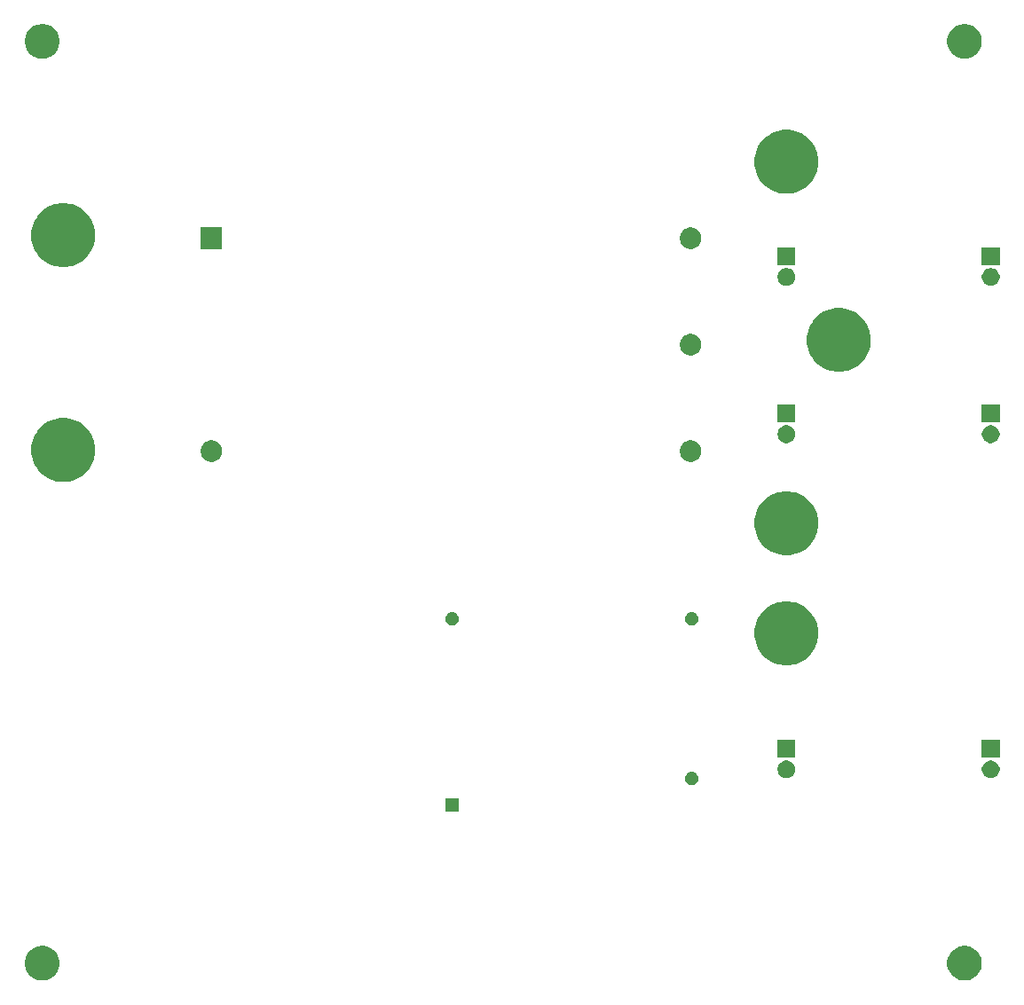
<source format=gbr>
G04 #@! TF.GenerationSoftware,KiCad,Pcbnew,(5.1.5)-3*
G04 #@! TF.CreationDate,2020-06-27T22:24:07+10:00*
G04 #@! TF.ProjectId,external_psu,65787465-726e-4616-9c5f-7073752e6b69,1.0.0*
G04 #@! TF.SameCoordinates,Original*
G04 #@! TF.FileFunction,Soldermask,Bot*
G04 #@! TF.FilePolarity,Negative*
%FSLAX46Y46*%
G04 Gerber Fmt 4.6, Leading zero omitted, Abs format (unit mm)*
G04 Created by KiCad (PCBNEW (5.1.5)-3) date 2020-06-27 22:24:07*
%MOMM*%
%LPD*%
G04 APERTURE LIST*
%ADD10C,0.100000*%
G04 APERTURE END LIST*
D10*
G36*
X184375256Y-132391298D02*
G01*
X184481579Y-132412447D01*
X184782042Y-132536903D01*
X185052451Y-132717585D01*
X185282415Y-132947549D01*
X185463097Y-133217958D01*
X185587553Y-133518421D01*
X185651000Y-133837391D01*
X185651000Y-134162609D01*
X185587553Y-134481579D01*
X185463097Y-134782042D01*
X185282415Y-135052451D01*
X185052451Y-135282415D01*
X184782042Y-135463097D01*
X184481579Y-135587553D01*
X184375256Y-135608702D01*
X184162611Y-135651000D01*
X183837389Y-135651000D01*
X183624744Y-135608702D01*
X183518421Y-135587553D01*
X183217958Y-135463097D01*
X182947549Y-135282415D01*
X182717585Y-135052451D01*
X182536903Y-134782042D01*
X182412447Y-134481579D01*
X182349000Y-134162609D01*
X182349000Y-133837391D01*
X182412447Y-133518421D01*
X182536903Y-133217958D01*
X182717585Y-132947549D01*
X182947549Y-132717585D01*
X183217958Y-132536903D01*
X183518421Y-132412447D01*
X183624744Y-132391298D01*
X183837389Y-132349000D01*
X184162611Y-132349000D01*
X184375256Y-132391298D01*
G37*
G36*
X96375256Y-132391298D02*
G01*
X96481579Y-132412447D01*
X96782042Y-132536903D01*
X97052451Y-132717585D01*
X97282415Y-132947549D01*
X97463097Y-133217958D01*
X97587553Y-133518421D01*
X97651000Y-133837391D01*
X97651000Y-134162609D01*
X97587553Y-134481579D01*
X97463097Y-134782042D01*
X97282415Y-135052451D01*
X97052451Y-135282415D01*
X96782042Y-135463097D01*
X96481579Y-135587553D01*
X96375256Y-135608702D01*
X96162611Y-135651000D01*
X95837389Y-135651000D01*
X95624744Y-135608702D01*
X95518421Y-135587553D01*
X95217958Y-135463097D01*
X94947549Y-135282415D01*
X94717585Y-135052451D01*
X94536903Y-134782042D01*
X94412447Y-134481579D01*
X94349000Y-134162609D01*
X94349000Y-133837391D01*
X94412447Y-133518421D01*
X94536903Y-133217958D01*
X94717585Y-132947549D01*
X94947549Y-132717585D01*
X95217958Y-132536903D01*
X95518421Y-132412447D01*
X95624744Y-132391298D01*
X95837389Y-132349000D01*
X96162611Y-132349000D01*
X96375256Y-132391298D01*
G37*
G36*
X135761000Y-119541000D02*
G01*
X134459000Y-119541000D01*
X134459000Y-118239000D01*
X135761000Y-118239000D01*
X135761000Y-119541000D01*
G37*
G36*
X158159890Y-115724017D02*
G01*
X158218343Y-115748229D01*
X158278364Y-115773091D01*
X158384988Y-115844335D01*
X158475665Y-115935012D01*
X158546909Y-116041636D01*
X158595983Y-116160110D01*
X158621000Y-116285882D01*
X158621000Y-116414118D01*
X158595983Y-116539890D01*
X158546909Y-116658364D01*
X158475665Y-116764988D01*
X158384988Y-116855665D01*
X158278364Y-116926909D01*
X158278363Y-116926910D01*
X158278362Y-116926910D01*
X158159890Y-116975983D01*
X158034119Y-117001000D01*
X157905881Y-117001000D01*
X157780110Y-116975983D01*
X157661638Y-116926910D01*
X157661637Y-116926910D01*
X157661636Y-116926909D01*
X157555012Y-116855665D01*
X157464335Y-116764988D01*
X157393091Y-116658364D01*
X157344017Y-116539890D01*
X157319000Y-116414118D01*
X157319000Y-116285882D01*
X157344017Y-116160110D01*
X157393091Y-116041636D01*
X157464335Y-115935012D01*
X157555012Y-115844335D01*
X157661636Y-115773091D01*
X157721658Y-115748229D01*
X157780110Y-115724017D01*
X157905881Y-115699000D01*
X158034119Y-115699000D01*
X158159890Y-115724017D01*
G37*
G36*
X186748228Y-114681703D02*
G01*
X186903100Y-114745853D01*
X187042481Y-114838985D01*
X187161015Y-114957519D01*
X187254147Y-115096900D01*
X187318297Y-115251772D01*
X187351000Y-115416184D01*
X187351000Y-115583816D01*
X187318297Y-115748228D01*
X187254147Y-115903100D01*
X187161015Y-116042481D01*
X187042481Y-116161015D01*
X186903100Y-116254147D01*
X186748228Y-116318297D01*
X186583816Y-116351000D01*
X186416184Y-116351000D01*
X186251772Y-116318297D01*
X186096900Y-116254147D01*
X185957519Y-116161015D01*
X185838985Y-116042481D01*
X185745853Y-115903100D01*
X185681703Y-115748228D01*
X185649000Y-115583816D01*
X185649000Y-115416184D01*
X185681703Y-115251772D01*
X185745853Y-115096900D01*
X185838985Y-114957519D01*
X185957519Y-114838985D01*
X186096900Y-114745853D01*
X186251772Y-114681703D01*
X186416184Y-114649000D01*
X186583816Y-114649000D01*
X186748228Y-114681703D01*
G37*
G36*
X167248228Y-114681703D02*
G01*
X167403100Y-114745853D01*
X167542481Y-114838985D01*
X167661015Y-114957519D01*
X167754147Y-115096900D01*
X167818297Y-115251772D01*
X167851000Y-115416184D01*
X167851000Y-115583816D01*
X167818297Y-115748228D01*
X167754147Y-115903100D01*
X167661015Y-116042481D01*
X167542481Y-116161015D01*
X167403100Y-116254147D01*
X167248228Y-116318297D01*
X167083816Y-116351000D01*
X166916184Y-116351000D01*
X166751772Y-116318297D01*
X166596900Y-116254147D01*
X166457519Y-116161015D01*
X166338985Y-116042481D01*
X166245853Y-115903100D01*
X166181703Y-115748228D01*
X166149000Y-115583816D01*
X166149000Y-115416184D01*
X166181703Y-115251772D01*
X166245853Y-115096900D01*
X166338985Y-114957519D01*
X166457519Y-114838985D01*
X166596900Y-114745853D01*
X166751772Y-114681703D01*
X166916184Y-114649000D01*
X167083816Y-114649000D01*
X167248228Y-114681703D01*
G37*
G36*
X187351000Y-114351000D02*
G01*
X185649000Y-114351000D01*
X185649000Y-112649000D01*
X187351000Y-112649000D01*
X187351000Y-114351000D01*
G37*
G36*
X167851000Y-114351000D02*
G01*
X166149000Y-114351000D01*
X166149000Y-112649000D01*
X167851000Y-112649000D01*
X167851000Y-114351000D01*
G37*
G36*
X167595170Y-99507879D02*
G01*
X167889868Y-99566498D01*
X168445067Y-99796469D01*
X168730867Y-99987435D01*
X168944733Y-100130335D01*
X169369665Y-100555267D01*
X169463039Y-100695012D01*
X169703531Y-101054933D01*
X169933502Y-101610132D01*
X170050740Y-102199528D01*
X170050740Y-102800472D01*
X169933502Y-103389868D01*
X169703531Y-103945067D01*
X169512565Y-104230867D01*
X169369665Y-104444733D01*
X168944733Y-104869665D01*
X168730867Y-105012565D01*
X168445067Y-105203531D01*
X167889868Y-105433502D01*
X167595170Y-105492121D01*
X167300473Y-105550740D01*
X166699527Y-105550740D01*
X166404830Y-105492121D01*
X166110132Y-105433502D01*
X165554933Y-105203531D01*
X165269133Y-105012565D01*
X165055267Y-104869665D01*
X164630335Y-104444733D01*
X164487435Y-104230867D01*
X164296469Y-103945067D01*
X164066498Y-103389868D01*
X163949260Y-102800472D01*
X163949260Y-102199528D01*
X164066498Y-101610132D01*
X164296469Y-101054933D01*
X164536961Y-100695012D01*
X164630335Y-100555267D01*
X165055267Y-100130335D01*
X165269133Y-99987435D01*
X165554933Y-99796469D01*
X166110132Y-99566498D01*
X166404830Y-99507879D01*
X166699527Y-99449260D01*
X167300473Y-99449260D01*
X167595170Y-99507879D01*
G37*
G36*
X135299890Y-100484017D02*
G01*
X135418364Y-100533091D01*
X135524988Y-100604335D01*
X135615665Y-100695012D01*
X135686909Y-100801636D01*
X135735983Y-100920110D01*
X135761000Y-101045882D01*
X135761000Y-101174118D01*
X135735983Y-101299890D01*
X135686909Y-101418364D01*
X135615665Y-101524988D01*
X135524988Y-101615665D01*
X135418364Y-101686909D01*
X135418363Y-101686910D01*
X135418362Y-101686910D01*
X135299890Y-101735983D01*
X135174119Y-101761000D01*
X135045881Y-101761000D01*
X134920110Y-101735983D01*
X134801638Y-101686910D01*
X134801637Y-101686910D01*
X134801636Y-101686909D01*
X134695012Y-101615665D01*
X134604335Y-101524988D01*
X134533091Y-101418364D01*
X134484017Y-101299890D01*
X134459000Y-101174118D01*
X134459000Y-101045882D01*
X134484017Y-100920110D01*
X134533091Y-100801636D01*
X134604335Y-100695012D01*
X134695012Y-100604335D01*
X134801636Y-100533091D01*
X134920110Y-100484017D01*
X135045881Y-100459000D01*
X135174119Y-100459000D01*
X135299890Y-100484017D01*
G37*
G36*
X158159890Y-100484017D02*
G01*
X158278364Y-100533091D01*
X158384988Y-100604335D01*
X158475665Y-100695012D01*
X158546909Y-100801636D01*
X158595983Y-100920110D01*
X158621000Y-101045882D01*
X158621000Y-101174118D01*
X158595983Y-101299890D01*
X158546909Y-101418364D01*
X158475665Y-101524988D01*
X158384988Y-101615665D01*
X158278364Y-101686909D01*
X158278363Y-101686910D01*
X158278362Y-101686910D01*
X158159890Y-101735983D01*
X158034119Y-101761000D01*
X157905881Y-101761000D01*
X157780110Y-101735983D01*
X157661638Y-101686910D01*
X157661637Y-101686910D01*
X157661636Y-101686909D01*
X157555012Y-101615665D01*
X157464335Y-101524988D01*
X157393091Y-101418364D01*
X157344017Y-101299890D01*
X157319000Y-101174118D01*
X157319000Y-101045882D01*
X157344017Y-100920110D01*
X157393091Y-100801636D01*
X157464335Y-100695012D01*
X157555012Y-100604335D01*
X157661636Y-100533091D01*
X157780110Y-100484017D01*
X157905881Y-100459000D01*
X158034119Y-100459000D01*
X158159890Y-100484017D01*
G37*
G36*
X167595170Y-89007879D02*
G01*
X167889868Y-89066498D01*
X168445067Y-89296469D01*
X168730867Y-89487435D01*
X168944733Y-89630335D01*
X169369665Y-90055267D01*
X169512565Y-90269133D01*
X169703531Y-90554933D01*
X169933502Y-91110132D01*
X170050740Y-91699528D01*
X170050740Y-92300472D01*
X169933502Y-92889868D01*
X169703531Y-93445067D01*
X169512565Y-93730867D01*
X169369665Y-93944733D01*
X168944733Y-94369665D01*
X168730867Y-94512565D01*
X168445067Y-94703531D01*
X167889868Y-94933502D01*
X167595170Y-94992121D01*
X167300473Y-95050740D01*
X166699527Y-95050740D01*
X166404830Y-94992121D01*
X166110132Y-94933502D01*
X165554933Y-94703531D01*
X165269133Y-94512565D01*
X165055267Y-94369665D01*
X164630335Y-93944733D01*
X164487435Y-93730867D01*
X164296469Y-93445067D01*
X164066498Y-92889868D01*
X163949260Y-92300472D01*
X163949260Y-91699528D01*
X164066498Y-91110132D01*
X164296469Y-90554933D01*
X164487435Y-90269133D01*
X164630335Y-90055267D01*
X165055267Y-89630335D01*
X165269133Y-89487435D01*
X165554933Y-89296469D01*
X166110132Y-89066498D01*
X166404830Y-89007879D01*
X166699527Y-88949260D01*
X167300473Y-88949260D01*
X167595170Y-89007879D01*
G37*
G36*
X98595170Y-82007879D02*
G01*
X98889868Y-82066498D01*
X99445067Y-82296469D01*
X99730867Y-82487435D01*
X99944733Y-82630335D01*
X100369665Y-83055267D01*
X100500964Y-83251771D01*
X100703531Y-83554933D01*
X100933502Y-84110132D01*
X100975855Y-84323054D01*
X101037708Y-84634009D01*
X101050740Y-84699528D01*
X101050740Y-85300472D01*
X100933502Y-85889868D01*
X100703531Y-86445067D01*
X100512565Y-86730867D01*
X100369665Y-86944733D01*
X99944733Y-87369665D01*
X99730867Y-87512565D01*
X99445067Y-87703531D01*
X98889868Y-87933502D01*
X98595170Y-87992121D01*
X98300473Y-88050740D01*
X97699527Y-88050740D01*
X97404830Y-87992121D01*
X97110132Y-87933502D01*
X96554933Y-87703531D01*
X96269133Y-87512565D01*
X96055267Y-87369665D01*
X95630335Y-86944733D01*
X95487435Y-86730867D01*
X95296469Y-86445067D01*
X95066498Y-85889868D01*
X94949260Y-85300472D01*
X94949260Y-84699528D01*
X94962293Y-84634009D01*
X95024145Y-84323054D01*
X95066498Y-84110132D01*
X95296469Y-83554933D01*
X95499036Y-83251771D01*
X95630335Y-83055267D01*
X96055267Y-82630335D01*
X96269133Y-82487435D01*
X96554933Y-82296469D01*
X97110132Y-82066498D01*
X97404830Y-82007879D01*
X97699527Y-81949260D01*
X98300473Y-81949260D01*
X98595170Y-82007879D01*
G37*
G36*
X158159272Y-84133428D02*
G01*
X158345991Y-84210770D01*
X158345993Y-84210771D01*
X158514037Y-84323054D01*
X158656946Y-84465963D01*
X158769229Y-84634007D01*
X158769230Y-84634009D01*
X158846572Y-84820728D01*
X158886000Y-85018947D01*
X158886000Y-85221053D01*
X158846572Y-85419272D01*
X158769230Y-85605991D01*
X158769229Y-85605993D01*
X158656946Y-85774037D01*
X158514037Y-85916946D01*
X158345993Y-86029229D01*
X158345992Y-86029230D01*
X158345991Y-86029230D01*
X158159272Y-86106572D01*
X157961053Y-86146000D01*
X157758947Y-86146000D01*
X157560728Y-86106572D01*
X157374009Y-86029230D01*
X157374008Y-86029230D01*
X157374007Y-86029229D01*
X157205963Y-85916946D01*
X157063054Y-85774037D01*
X156950771Y-85605993D01*
X156950770Y-85605991D01*
X156873428Y-85419272D01*
X156834000Y-85221053D01*
X156834000Y-85018947D01*
X156873428Y-84820728D01*
X156950770Y-84634009D01*
X156950771Y-84634007D01*
X157063054Y-84465963D01*
X157205963Y-84323054D01*
X157374007Y-84210771D01*
X157374009Y-84210770D01*
X157560728Y-84133428D01*
X157758947Y-84094000D01*
X157961053Y-84094000D01*
X158159272Y-84133428D01*
G37*
G36*
X112439272Y-84133428D02*
G01*
X112625991Y-84210770D01*
X112625993Y-84210771D01*
X112794037Y-84323054D01*
X112936946Y-84465963D01*
X113049229Y-84634007D01*
X113049230Y-84634009D01*
X113126572Y-84820728D01*
X113166000Y-85018947D01*
X113166000Y-85221053D01*
X113126572Y-85419272D01*
X113049230Y-85605991D01*
X113049229Y-85605993D01*
X112936946Y-85774037D01*
X112794037Y-85916946D01*
X112625993Y-86029229D01*
X112625992Y-86029230D01*
X112625991Y-86029230D01*
X112439272Y-86106572D01*
X112241053Y-86146000D01*
X112038947Y-86146000D01*
X111840728Y-86106572D01*
X111654009Y-86029230D01*
X111654008Y-86029230D01*
X111654007Y-86029229D01*
X111485963Y-85916946D01*
X111343054Y-85774037D01*
X111230771Y-85605993D01*
X111230770Y-85605991D01*
X111153428Y-85419272D01*
X111114000Y-85221053D01*
X111114000Y-85018947D01*
X111153428Y-84820728D01*
X111230770Y-84634009D01*
X111230771Y-84634007D01*
X111343054Y-84465963D01*
X111485963Y-84323054D01*
X111654007Y-84210771D01*
X111654009Y-84210770D01*
X111840728Y-84133428D01*
X112038947Y-84094000D01*
X112241053Y-84094000D01*
X112439272Y-84133428D01*
G37*
G36*
X186748228Y-82681703D02*
G01*
X186903100Y-82745853D01*
X187042481Y-82838985D01*
X187161015Y-82957519D01*
X187254147Y-83096900D01*
X187318297Y-83251772D01*
X187351000Y-83416184D01*
X187351000Y-83583816D01*
X187318297Y-83748228D01*
X187254147Y-83903100D01*
X187161015Y-84042481D01*
X187042481Y-84161015D01*
X186903100Y-84254147D01*
X186748228Y-84318297D01*
X186583816Y-84351000D01*
X186416184Y-84351000D01*
X186251772Y-84318297D01*
X186096900Y-84254147D01*
X185957519Y-84161015D01*
X185838985Y-84042481D01*
X185745853Y-83903100D01*
X185681703Y-83748228D01*
X185649000Y-83583816D01*
X185649000Y-83416184D01*
X185681703Y-83251772D01*
X185745853Y-83096900D01*
X185838985Y-82957519D01*
X185957519Y-82838985D01*
X186096900Y-82745853D01*
X186251772Y-82681703D01*
X186416184Y-82649000D01*
X186583816Y-82649000D01*
X186748228Y-82681703D01*
G37*
G36*
X167248228Y-82681703D02*
G01*
X167403100Y-82745853D01*
X167542481Y-82838985D01*
X167661015Y-82957519D01*
X167754147Y-83096900D01*
X167818297Y-83251772D01*
X167851000Y-83416184D01*
X167851000Y-83583816D01*
X167818297Y-83748228D01*
X167754147Y-83903100D01*
X167661015Y-84042481D01*
X167542481Y-84161015D01*
X167403100Y-84254147D01*
X167248228Y-84318297D01*
X167083816Y-84351000D01*
X166916184Y-84351000D01*
X166751772Y-84318297D01*
X166596900Y-84254147D01*
X166457519Y-84161015D01*
X166338985Y-84042481D01*
X166245853Y-83903100D01*
X166181703Y-83748228D01*
X166149000Y-83583816D01*
X166149000Y-83416184D01*
X166181703Y-83251772D01*
X166245853Y-83096900D01*
X166338985Y-82957519D01*
X166457519Y-82838985D01*
X166596900Y-82745853D01*
X166751772Y-82681703D01*
X166916184Y-82649000D01*
X167083816Y-82649000D01*
X167248228Y-82681703D01*
G37*
G36*
X187351000Y-82351000D02*
G01*
X185649000Y-82351000D01*
X185649000Y-80649000D01*
X187351000Y-80649000D01*
X187351000Y-82351000D01*
G37*
G36*
X167851000Y-82351000D02*
G01*
X166149000Y-82351000D01*
X166149000Y-80649000D01*
X167851000Y-80649000D01*
X167851000Y-82351000D01*
G37*
G36*
X172595170Y-71507879D02*
G01*
X172889868Y-71566498D01*
X173445067Y-71796469D01*
X173730867Y-71987435D01*
X173944733Y-72130335D01*
X174369665Y-72555267D01*
X174512565Y-72769133D01*
X174703531Y-73054933D01*
X174933502Y-73610132D01*
X174933502Y-73610133D01*
X175050740Y-74199527D01*
X175050740Y-74800473D01*
X174998907Y-75061053D01*
X174933502Y-75389868D01*
X174703531Y-75945067D01*
X174512565Y-76230867D01*
X174369665Y-76444733D01*
X173944733Y-76869665D01*
X173730867Y-77012565D01*
X173445067Y-77203531D01*
X172889868Y-77433502D01*
X172595170Y-77492121D01*
X172300473Y-77550740D01*
X171699527Y-77550740D01*
X171404830Y-77492121D01*
X171110132Y-77433502D01*
X170554933Y-77203531D01*
X170269133Y-77012565D01*
X170055267Y-76869665D01*
X169630335Y-76444733D01*
X169487435Y-76230867D01*
X169296469Y-75945067D01*
X169066498Y-75389868D01*
X169001093Y-75061053D01*
X168949260Y-74800473D01*
X168949260Y-74199527D01*
X169066498Y-73610133D01*
X169066498Y-73610132D01*
X169296469Y-73054933D01*
X169487435Y-72769133D01*
X169630335Y-72555267D01*
X170055267Y-72130335D01*
X170269133Y-71987435D01*
X170554933Y-71796469D01*
X171110132Y-71566498D01*
X171404830Y-71507879D01*
X171699527Y-71449260D01*
X172300473Y-71449260D01*
X172595170Y-71507879D01*
G37*
G36*
X158159272Y-73973428D02*
G01*
X158345991Y-74050770D01*
X158345993Y-74050771D01*
X158514037Y-74163054D01*
X158656946Y-74305963D01*
X158769229Y-74474007D01*
X158769230Y-74474009D01*
X158846572Y-74660728D01*
X158886000Y-74858947D01*
X158886000Y-75061053D01*
X158846572Y-75259272D01*
X158792477Y-75389867D01*
X158769229Y-75445993D01*
X158656946Y-75614037D01*
X158514037Y-75756946D01*
X158345993Y-75869229D01*
X158345992Y-75869230D01*
X158345991Y-75869230D01*
X158159272Y-75946572D01*
X157961053Y-75986000D01*
X157758947Y-75986000D01*
X157560728Y-75946572D01*
X157374009Y-75869230D01*
X157374008Y-75869230D01*
X157374007Y-75869229D01*
X157205963Y-75756946D01*
X157063054Y-75614037D01*
X156950771Y-75445993D01*
X156927523Y-75389867D01*
X156873428Y-75259272D01*
X156834000Y-75061053D01*
X156834000Y-74858947D01*
X156873428Y-74660728D01*
X156950770Y-74474009D01*
X156950771Y-74474007D01*
X157063054Y-74305963D01*
X157205963Y-74163054D01*
X157374007Y-74050771D01*
X157374009Y-74050770D01*
X157560728Y-73973428D01*
X157758947Y-73934000D01*
X157961053Y-73934000D01*
X158159272Y-73973428D01*
G37*
G36*
X167248228Y-67681703D02*
G01*
X167403100Y-67745853D01*
X167542481Y-67838985D01*
X167661015Y-67957519D01*
X167754147Y-68096900D01*
X167818297Y-68251772D01*
X167851000Y-68416184D01*
X167851000Y-68583816D01*
X167818297Y-68748228D01*
X167754147Y-68903100D01*
X167661015Y-69042481D01*
X167542481Y-69161015D01*
X167403100Y-69254147D01*
X167248228Y-69318297D01*
X167083816Y-69351000D01*
X166916184Y-69351000D01*
X166751772Y-69318297D01*
X166596900Y-69254147D01*
X166457519Y-69161015D01*
X166338985Y-69042481D01*
X166245853Y-68903100D01*
X166181703Y-68748228D01*
X166149000Y-68583816D01*
X166149000Y-68416184D01*
X166181703Y-68251772D01*
X166245853Y-68096900D01*
X166338985Y-67957519D01*
X166457519Y-67838985D01*
X166596900Y-67745853D01*
X166751772Y-67681703D01*
X166916184Y-67649000D01*
X167083816Y-67649000D01*
X167248228Y-67681703D01*
G37*
G36*
X186748228Y-67681703D02*
G01*
X186903100Y-67745853D01*
X187042481Y-67838985D01*
X187161015Y-67957519D01*
X187254147Y-68096900D01*
X187318297Y-68251772D01*
X187351000Y-68416184D01*
X187351000Y-68583816D01*
X187318297Y-68748228D01*
X187254147Y-68903100D01*
X187161015Y-69042481D01*
X187042481Y-69161015D01*
X186903100Y-69254147D01*
X186748228Y-69318297D01*
X186583816Y-69351000D01*
X186416184Y-69351000D01*
X186251772Y-69318297D01*
X186096900Y-69254147D01*
X185957519Y-69161015D01*
X185838985Y-69042481D01*
X185745853Y-68903100D01*
X185681703Y-68748228D01*
X185649000Y-68583816D01*
X185649000Y-68416184D01*
X185681703Y-68251772D01*
X185745853Y-68096900D01*
X185838985Y-67957519D01*
X185957519Y-67838985D01*
X186096900Y-67745853D01*
X186251772Y-67681703D01*
X186416184Y-67649000D01*
X186583816Y-67649000D01*
X186748228Y-67681703D01*
G37*
G36*
X98595170Y-61507879D02*
G01*
X98889868Y-61566498D01*
X99445067Y-61796469D01*
X99730867Y-61987435D01*
X99944733Y-62130335D01*
X100369665Y-62555267D01*
X100512565Y-62769133D01*
X100703531Y-63054933D01*
X100933502Y-63610132D01*
X100933502Y-63610133D01*
X101050740Y-64199527D01*
X101050740Y-64800473D01*
X101030733Y-64901053D01*
X100933502Y-65389868D01*
X100703531Y-65945067D01*
X100512565Y-66230867D01*
X100369665Y-66444733D01*
X99944733Y-66869665D01*
X99730867Y-67012565D01*
X99445067Y-67203531D01*
X98889868Y-67433502D01*
X98595170Y-67492121D01*
X98300473Y-67550740D01*
X97699527Y-67550740D01*
X97404830Y-67492121D01*
X97110132Y-67433502D01*
X96554933Y-67203531D01*
X96269133Y-67012565D01*
X96055267Y-66869665D01*
X95630335Y-66444733D01*
X95487435Y-66230867D01*
X95296469Y-65945067D01*
X95066498Y-65389868D01*
X94969267Y-64901053D01*
X94949260Y-64800473D01*
X94949260Y-64199527D01*
X95066498Y-63610133D01*
X95066498Y-63610132D01*
X95296469Y-63054933D01*
X95487435Y-62769133D01*
X95630335Y-62555267D01*
X96055267Y-62130335D01*
X96269133Y-61987435D01*
X96554933Y-61796469D01*
X97110132Y-61566498D01*
X97404830Y-61507879D01*
X97699527Y-61449260D01*
X98300473Y-61449260D01*
X98595170Y-61507879D01*
G37*
G36*
X187351000Y-67351000D02*
G01*
X185649000Y-67351000D01*
X185649000Y-65649000D01*
X187351000Y-65649000D01*
X187351000Y-67351000D01*
G37*
G36*
X167851000Y-67351000D02*
G01*
X166149000Y-67351000D01*
X166149000Y-65649000D01*
X167851000Y-65649000D01*
X167851000Y-67351000D01*
G37*
G36*
X158159272Y-63813428D02*
G01*
X158345991Y-63890770D01*
X158345993Y-63890771D01*
X158514037Y-64003054D01*
X158656946Y-64145963D01*
X158769229Y-64314007D01*
X158769230Y-64314009D01*
X158846572Y-64500728D01*
X158886000Y-64698947D01*
X158886000Y-64901053D01*
X158846572Y-65099272D01*
X158769230Y-65285991D01*
X158769229Y-65285993D01*
X158656946Y-65454037D01*
X158514037Y-65596946D01*
X158345993Y-65709229D01*
X158345992Y-65709230D01*
X158345991Y-65709230D01*
X158159272Y-65786572D01*
X157961053Y-65826000D01*
X157758947Y-65826000D01*
X157560728Y-65786572D01*
X157374009Y-65709230D01*
X157374008Y-65709230D01*
X157374007Y-65709229D01*
X157205963Y-65596946D01*
X157063054Y-65454037D01*
X156950771Y-65285993D01*
X156950770Y-65285991D01*
X156873428Y-65099272D01*
X156834000Y-64901053D01*
X156834000Y-64698947D01*
X156873428Y-64500728D01*
X156950770Y-64314009D01*
X156950771Y-64314007D01*
X157063054Y-64145963D01*
X157205963Y-64003054D01*
X157374007Y-63890771D01*
X157374009Y-63890770D01*
X157560728Y-63813428D01*
X157758947Y-63774000D01*
X157961053Y-63774000D01*
X158159272Y-63813428D01*
G37*
G36*
X113166000Y-65826000D02*
G01*
X111114000Y-65826000D01*
X111114000Y-63774000D01*
X113166000Y-63774000D01*
X113166000Y-65826000D01*
G37*
G36*
X167595170Y-54507879D02*
G01*
X167889868Y-54566498D01*
X168445067Y-54796469D01*
X168730867Y-54987435D01*
X168944733Y-55130335D01*
X169369665Y-55555267D01*
X169512565Y-55769133D01*
X169703531Y-56054933D01*
X169933502Y-56610132D01*
X170050740Y-57199528D01*
X170050740Y-57800472D01*
X169933502Y-58389868D01*
X169703531Y-58945067D01*
X169512565Y-59230867D01*
X169369665Y-59444733D01*
X168944733Y-59869665D01*
X168730867Y-60012565D01*
X168445067Y-60203531D01*
X167889868Y-60433502D01*
X167595170Y-60492121D01*
X167300473Y-60550740D01*
X166699527Y-60550740D01*
X166404830Y-60492121D01*
X166110132Y-60433502D01*
X165554933Y-60203531D01*
X165269133Y-60012565D01*
X165055267Y-59869665D01*
X164630335Y-59444733D01*
X164487435Y-59230867D01*
X164296469Y-58945067D01*
X164066498Y-58389868D01*
X163949260Y-57800472D01*
X163949260Y-57199528D01*
X164066498Y-56610132D01*
X164296469Y-56054933D01*
X164487435Y-55769133D01*
X164630335Y-55555267D01*
X165055267Y-55130335D01*
X165269133Y-54987435D01*
X165554933Y-54796469D01*
X166110132Y-54566498D01*
X166404830Y-54507879D01*
X166699527Y-54449260D01*
X167300473Y-54449260D01*
X167595170Y-54507879D01*
G37*
G36*
X184375256Y-44391298D02*
G01*
X184481579Y-44412447D01*
X184782042Y-44536903D01*
X185052451Y-44717585D01*
X185282415Y-44947549D01*
X185463097Y-45217958D01*
X185587553Y-45518421D01*
X185651000Y-45837391D01*
X185651000Y-46162609D01*
X185587553Y-46481579D01*
X185463097Y-46782042D01*
X185282415Y-47052451D01*
X185052451Y-47282415D01*
X184782042Y-47463097D01*
X184481579Y-47587553D01*
X184375256Y-47608702D01*
X184162611Y-47651000D01*
X183837389Y-47651000D01*
X183624744Y-47608702D01*
X183518421Y-47587553D01*
X183217958Y-47463097D01*
X182947549Y-47282415D01*
X182717585Y-47052451D01*
X182536903Y-46782042D01*
X182412447Y-46481579D01*
X182349000Y-46162609D01*
X182349000Y-45837391D01*
X182412447Y-45518421D01*
X182536903Y-45217958D01*
X182717585Y-44947549D01*
X182947549Y-44717585D01*
X183217958Y-44536903D01*
X183518421Y-44412447D01*
X183624744Y-44391298D01*
X183837389Y-44349000D01*
X184162611Y-44349000D01*
X184375256Y-44391298D01*
G37*
G36*
X96375256Y-44391298D02*
G01*
X96481579Y-44412447D01*
X96782042Y-44536903D01*
X97052451Y-44717585D01*
X97282415Y-44947549D01*
X97463097Y-45217958D01*
X97587553Y-45518421D01*
X97651000Y-45837391D01*
X97651000Y-46162609D01*
X97587553Y-46481579D01*
X97463097Y-46782042D01*
X97282415Y-47052451D01*
X97052451Y-47282415D01*
X96782042Y-47463097D01*
X96481579Y-47587553D01*
X96375256Y-47608702D01*
X96162611Y-47651000D01*
X95837389Y-47651000D01*
X95624744Y-47608702D01*
X95518421Y-47587553D01*
X95217958Y-47463097D01*
X94947549Y-47282415D01*
X94717585Y-47052451D01*
X94536903Y-46782042D01*
X94412447Y-46481579D01*
X94349000Y-46162609D01*
X94349000Y-45837391D01*
X94412447Y-45518421D01*
X94536903Y-45217958D01*
X94717585Y-44947549D01*
X94947549Y-44717585D01*
X95217958Y-44536903D01*
X95518421Y-44412447D01*
X95624744Y-44391298D01*
X95837389Y-44349000D01*
X96162611Y-44349000D01*
X96375256Y-44391298D01*
G37*
M02*

</source>
